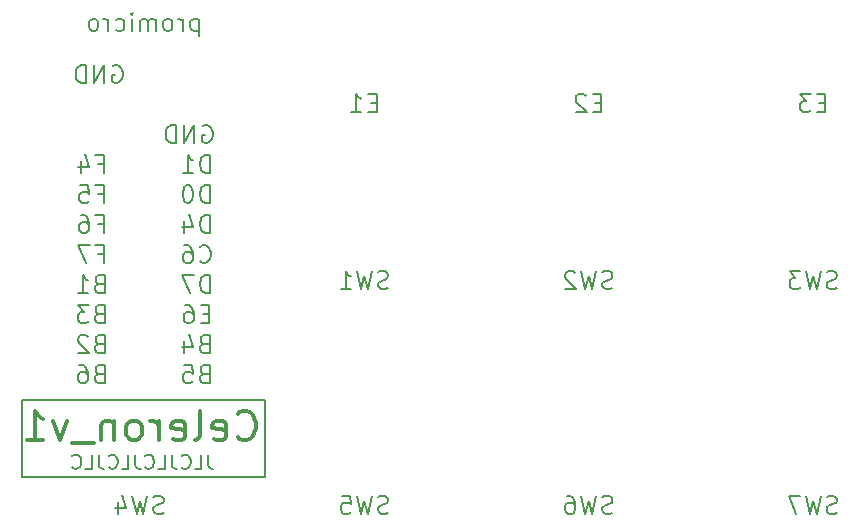
<source format=gbr>
%TF.GenerationSoftware,KiCad,Pcbnew,7.0.9*%
%TF.CreationDate,2023-11-21T21:31:42+09:00*%
%TF.ProjectId,celeron_kb_1,63656c65-726f-46e5-9f6b-625f312e6b69,rev?*%
%TF.SameCoordinates,Original*%
%TF.FileFunction,Legend,Bot*%
%TF.FilePolarity,Positive*%
%FSLAX46Y46*%
G04 Gerber Fmt 4.6, Leading zero omitted, Abs format (unit mm)*
G04 Created by KiCad (PCBNEW 7.0.9) date 2023-11-21 21:31:42*
%MOMM*%
%LPD*%
G01*
G04 APERTURE LIST*
%ADD10C,0.200000*%
%ADD11C,0.130000*%
%ADD12C,0.300000*%
%ADD13C,0.150000*%
G04 APERTURE END LIST*
D10*
X89985000Y-87050000D02*
X110605000Y-87050000D01*
X89985000Y-87050000D02*
X89985000Y-93550000D01*
X110605000Y-87050000D02*
X110605000Y-93550000D01*
X89985000Y-93550000D02*
X110605000Y-93550000D01*
X96527142Y-84847814D02*
X96312856Y-84919242D01*
X96312856Y-84919242D02*
X96241427Y-84990671D01*
X96241427Y-84990671D02*
X96169999Y-85133528D01*
X96169999Y-85133528D02*
X96169999Y-85347814D01*
X96169999Y-85347814D02*
X96241427Y-85490671D01*
X96241427Y-85490671D02*
X96312856Y-85562100D01*
X96312856Y-85562100D02*
X96455713Y-85633528D01*
X96455713Y-85633528D02*
X97027142Y-85633528D01*
X97027142Y-85633528D02*
X97027142Y-84133528D01*
X97027142Y-84133528D02*
X96527142Y-84133528D01*
X96527142Y-84133528D02*
X96384285Y-84204957D01*
X96384285Y-84204957D02*
X96312856Y-84276385D01*
X96312856Y-84276385D02*
X96241427Y-84419242D01*
X96241427Y-84419242D02*
X96241427Y-84562100D01*
X96241427Y-84562100D02*
X96312856Y-84704957D01*
X96312856Y-84704957D02*
X96384285Y-84776385D01*
X96384285Y-84776385D02*
X96527142Y-84847814D01*
X96527142Y-84847814D02*
X97027142Y-84847814D01*
X94884285Y-84133528D02*
X95169999Y-84133528D01*
X95169999Y-84133528D02*
X95312856Y-84204957D01*
X95312856Y-84204957D02*
X95384285Y-84276385D01*
X95384285Y-84276385D02*
X95527142Y-84490671D01*
X95527142Y-84490671D02*
X95598570Y-84776385D01*
X95598570Y-84776385D02*
X95598570Y-85347814D01*
X95598570Y-85347814D02*
X95527142Y-85490671D01*
X95527142Y-85490671D02*
X95455713Y-85562100D01*
X95455713Y-85562100D02*
X95312856Y-85633528D01*
X95312856Y-85633528D02*
X95027142Y-85633528D01*
X95027142Y-85633528D02*
X94884285Y-85562100D01*
X94884285Y-85562100D02*
X94812856Y-85490671D01*
X94812856Y-85490671D02*
X94741427Y-85347814D01*
X94741427Y-85347814D02*
X94741427Y-84990671D01*
X94741427Y-84990671D02*
X94812856Y-84847814D01*
X94812856Y-84847814D02*
X94884285Y-84776385D01*
X94884285Y-84776385D02*
X95027142Y-84704957D01*
X95027142Y-84704957D02*
X95312856Y-84704957D01*
X95312856Y-84704957D02*
X95455713Y-84776385D01*
X95455713Y-84776385D02*
X95527142Y-84847814D01*
X95527142Y-84847814D02*
X95598570Y-84990671D01*
D11*
X105770902Y-91696382D02*
X105770902Y-92553525D01*
X105770902Y-92553525D02*
X105828045Y-92724954D01*
X105828045Y-92724954D02*
X105942331Y-92839240D01*
X105942331Y-92839240D02*
X106113759Y-92896382D01*
X106113759Y-92896382D02*
X106228045Y-92896382D01*
X104628045Y-92896382D02*
X105199473Y-92896382D01*
X105199473Y-92896382D02*
X105199473Y-91696382D01*
X103542330Y-92782097D02*
X103599473Y-92839240D01*
X103599473Y-92839240D02*
X103770901Y-92896382D01*
X103770901Y-92896382D02*
X103885187Y-92896382D01*
X103885187Y-92896382D02*
X104056616Y-92839240D01*
X104056616Y-92839240D02*
X104170901Y-92724954D01*
X104170901Y-92724954D02*
X104228044Y-92610668D01*
X104228044Y-92610668D02*
X104285187Y-92382097D01*
X104285187Y-92382097D02*
X104285187Y-92210668D01*
X104285187Y-92210668D02*
X104228044Y-91982097D01*
X104228044Y-91982097D02*
X104170901Y-91867811D01*
X104170901Y-91867811D02*
X104056616Y-91753525D01*
X104056616Y-91753525D02*
X103885187Y-91696382D01*
X103885187Y-91696382D02*
X103770901Y-91696382D01*
X103770901Y-91696382D02*
X103599473Y-91753525D01*
X103599473Y-91753525D02*
X103542330Y-91810668D01*
X102685187Y-91696382D02*
X102685187Y-92553525D01*
X102685187Y-92553525D02*
X102742330Y-92724954D01*
X102742330Y-92724954D02*
X102856616Y-92839240D01*
X102856616Y-92839240D02*
X103028044Y-92896382D01*
X103028044Y-92896382D02*
X103142330Y-92896382D01*
X101542330Y-92896382D02*
X102113758Y-92896382D01*
X102113758Y-92896382D02*
X102113758Y-91696382D01*
X100456615Y-92782097D02*
X100513758Y-92839240D01*
X100513758Y-92839240D02*
X100685186Y-92896382D01*
X100685186Y-92896382D02*
X100799472Y-92896382D01*
X100799472Y-92896382D02*
X100970901Y-92839240D01*
X100970901Y-92839240D02*
X101085186Y-92724954D01*
X101085186Y-92724954D02*
X101142329Y-92610668D01*
X101142329Y-92610668D02*
X101199472Y-92382097D01*
X101199472Y-92382097D02*
X101199472Y-92210668D01*
X101199472Y-92210668D02*
X101142329Y-91982097D01*
X101142329Y-91982097D02*
X101085186Y-91867811D01*
X101085186Y-91867811D02*
X100970901Y-91753525D01*
X100970901Y-91753525D02*
X100799472Y-91696382D01*
X100799472Y-91696382D02*
X100685186Y-91696382D01*
X100685186Y-91696382D02*
X100513758Y-91753525D01*
X100513758Y-91753525D02*
X100456615Y-91810668D01*
X99599472Y-91696382D02*
X99599472Y-92553525D01*
X99599472Y-92553525D02*
X99656615Y-92724954D01*
X99656615Y-92724954D02*
X99770901Y-92839240D01*
X99770901Y-92839240D02*
X99942329Y-92896382D01*
X99942329Y-92896382D02*
X100056615Y-92896382D01*
X98456615Y-92896382D02*
X99028043Y-92896382D01*
X99028043Y-92896382D02*
X99028043Y-91696382D01*
X97370900Y-92782097D02*
X97428043Y-92839240D01*
X97428043Y-92839240D02*
X97599471Y-92896382D01*
X97599471Y-92896382D02*
X97713757Y-92896382D01*
X97713757Y-92896382D02*
X97885186Y-92839240D01*
X97885186Y-92839240D02*
X97999471Y-92724954D01*
X97999471Y-92724954D02*
X98056614Y-92610668D01*
X98056614Y-92610668D02*
X98113757Y-92382097D01*
X98113757Y-92382097D02*
X98113757Y-92210668D01*
X98113757Y-92210668D02*
X98056614Y-91982097D01*
X98056614Y-91982097D02*
X97999471Y-91867811D01*
X97999471Y-91867811D02*
X97885186Y-91753525D01*
X97885186Y-91753525D02*
X97713757Y-91696382D01*
X97713757Y-91696382D02*
X97599471Y-91696382D01*
X97599471Y-91696382D02*
X97428043Y-91753525D01*
X97428043Y-91753525D02*
X97370900Y-91810668D01*
X96513757Y-91696382D02*
X96513757Y-92553525D01*
X96513757Y-92553525D02*
X96570900Y-92724954D01*
X96570900Y-92724954D02*
X96685186Y-92839240D01*
X96685186Y-92839240D02*
X96856614Y-92896382D01*
X96856614Y-92896382D02*
X96970900Y-92896382D01*
X95370900Y-92896382D02*
X95942328Y-92896382D01*
X95942328Y-92896382D02*
X95942328Y-91696382D01*
X94285185Y-92782097D02*
X94342328Y-92839240D01*
X94342328Y-92839240D02*
X94513756Y-92896382D01*
X94513756Y-92896382D02*
X94628042Y-92896382D01*
X94628042Y-92896382D02*
X94799471Y-92839240D01*
X94799471Y-92839240D02*
X94913756Y-92724954D01*
X94913756Y-92724954D02*
X94970899Y-92610668D01*
X94970899Y-92610668D02*
X95028042Y-92382097D01*
X95028042Y-92382097D02*
X95028042Y-92210668D01*
X95028042Y-92210668D02*
X94970899Y-91982097D01*
X94970899Y-91982097D02*
X94913756Y-91867811D01*
X94913756Y-91867811D02*
X94799471Y-91753525D01*
X94799471Y-91753525D02*
X94628042Y-91696382D01*
X94628042Y-91696382D02*
X94513756Y-91696382D01*
X94513756Y-91696382D02*
X94342328Y-91753525D01*
X94342328Y-91753525D02*
X94285185Y-91810668D01*
D10*
X105917142Y-70393528D02*
X105917142Y-68893528D01*
X105917142Y-68893528D02*
X105559999Y-68893528D01*
X105559999Y-68893528D02*
X105345713Y-68964957D01*
X105345713Y-68964957D02*
X105202856Y-69107814D01*
X105202856Y-69107814D02*
X105131427Y-69250671D01*
X105131427Y-69250671D02*
X105059999Y-69536385D01*
X105059999Y-69536385D02*
X105059999Y-69750671D01*
X105059999Y-69750671D02*
X105131427Y-70036385D01*
X105131427Y-70036385D02*
X105202856Y-70179242D01*
X105202856Y-70179242D02*
X105345713Y-70322100D01*
X105345713Y-70322100D02*
X105559999Y-70393528D01*
X105559999Y-70393528D02*
X105917142Y-70393528D01*
X104131427Y-68893528D02*
X103988570Y-68893528D01*
X103988570Y-68893528D02*
X103845713Y-68964957D01*
X103845713Y-68964957D02*
X103774285Y-69036385D01*
X103774285Y-69036385D02*
X103702856Y-69179242D01*
X103702856Y-69179242D02*
X103631427Y-69464957D01*
X103631427Y-69464957D02*
X103631427Y-69822100D01*
X103631427Y-69822100D02*
X103702856Y-70107814D01*
X103702856Y-70107814D02*
X103774285Y-70250671D01*
X103774285Y-70250671D02*
X103845713Y-70322100D01*
X103845713Y-70322100D02*
X103988570Y-70393528D01*
X103988570Y-70393528D02*
X104131427Y-70393528D01*
X104131427Y-70393528D02*
X104274285Y-70322100D01*
X104274285Y-70322100D02*
X104345713Y-70250671D01*
X104345713Y-70250671D02*
X104417142Y-70107814D01*
X104417142Y-70107814D02*
X104488570Y-69822100D01*
X104488570Y-69822100D02*
X104488570Y-69464957D01*
X104488570Y-69464957D02*
X104417142Y-69179242D01*
X104417142Y-69179242D02*
X104345713Y-69036385D01*
X104345713Y-69036385D02*
X104274285Y-68964957D01*
X104274285Y-68964957D02*
X104131427Y-68893528D01*
X97697856Y-58804957D02*
X97840714Y-58733528D01*
X97840714Y-58733528D02*
X98054999Y-58733528D01*
X98054999Y-58733528D02*
X98269285Y-58804957D01*
X98269285Y-58804957D02*
X98412142Y-58947814D01*
X98412142Y-58947814D02*
X98483571Y-59090671D01*
X98483571Y-59090671D02*
X98554999Y-59376385D01*
X98554999Y-59376385D02*
X98554999Y-59590671D01*
X98554999Y-59590671D02*
X98483571Y-59876385D01*
X98483571Y-59876385D02*
X98412142Y-60019242D01*
X98412142Y-60019242D02*
X98269285Y-60162100D01*
X98269285Y-60162100D02*
X98054999Y-60233528D01*
X98054999Y-60233528D02*
X97912142Y-60233528D01*
X97912142Y-60233528D02*
X97697856Y-60162100D01*
X97697856Y-60162100D02*
X97626428Y-60090671D01*
X97626428Y-60090671D02*
X97626428Y-59590671D01*
X97626428Y-59590671D02*
X97912142Y-59590671D01*
X96983571Y-60233528D02*
X96983571Y-58733528D01*
X96983571Y-58733528D02*
X96126428Y-60233528D01*
X96126428Y-60233528D02*
X96126428Y-58733528D01*
X95412142Y-60233528D02*
X95412142Y-58733528D01*
X95412142Y-58733528D02*
X95054999Y-58733528D01*
X95054999Y-58733528D02*
X94840713Y-58804957D01*
X94840713Y-58804957D02*
X94697856Y-58947814D01*
X94697856Y-58947814D02*
X94626427Y-59090671D01*
X94626427Y-59090671D02*
X94554999Y-59376385D01*
X94554999Y-59376385D02*
X94554999Y-59590671D01*
X94554999Y-59590671D02*
X94626427Y-59876385D01*
X94626427Y-59876385D02*
X94697856Y-60019242D01*
X94697856Y-60019242D02*
X94840713Y-60162100D01*
X94840713Y-60162100D02*
X95054999Y-60233528D01*
X95054999Y-60233528D02*
X95412142Y-60233528D01*
X105917142Y-78013528D02*
X105917142Y-76513528D01*
X105917142Y-76513528D02*
X105559999Y-76513528D01*
X105559999Y-76513528D02*
X105345713Y-76584957D01*
X105345713Y-76584957D02*
X105202856Y-76727814D01*
X105202856Y-76727814D02*
X105131427Y-76870671D01*
X105131427Y-76870671D02*
X105059999Y-77156385D01*
X105059999Y-77156385D02*
X105059999Y-77370671D01*
X105059999Y-77370671D02*
X105131427Y-77656385D01*
X105131427Y-77656385D02*
X105202856Y-77799242D01*
X105202856Y-77799242D02*
X105345713Y-77942100D01*
X105345713Y-77942100D02*
X105559999Y-78013528D01*
X105559999Y-78013528D02*
X105917142Y-78013528D01*
X104559999Y-76513528D02*
X103559999Y-76513528D01*
X103559999Y-76513528D02*
X104202856Y-78013528D01*
X96419999Y-69607814D02*
X96919999Y-69607814D01*
X96919999Y-70393528D02*
X96919999Y-68893528D01*
X96919999Y-68893528D02*
X96205713Y-68893528D01*
X94919999Y-68893528D02*
X95634285Y-68893528D01*
X95634285Y-68893528D02*
X95705713Y-69607814D01*
X95705713Y-69607814D02*
X95634285Y-69536385D01*
X95634285Y-69536385D02*
X95491428Y-69464957D01*
X95491428Y-69464957D02*
X95134285Y-69464957D01*
X95134285Y-69464957D02*
X94991428Y-69536385D01*
X94991428Y-69536385D02*
X94919999Y-69607814D01*
X94919999Y-69607814D02*
X94848570Y-69750671D01*
X94848570Y-69750671D02*
X94848570Y-70107814D01*
X94848570Y-70107814D02*
X94919999Y-70250671D01*
X94919999Y-70250671D02*
X94991428Y-70322100D01*
X94991428Y-70322100D02*
X95134285Y-70393528D01*
X95134285Y-70393528D02*
X95491428Y-70393528D01*
X95491428Y-70393528D02*
X95634285Y-70322100D01*
X95634285Y-70322100D02*
X95705713Y-70250671D01*
X105917142Y-72933528D02*
X105917142Y-71433528D01*
X105917142Y-71433528D02*
X105559999Y-71433528D01*
X105559999Y-71433528D02*
X105345713Y-71504957D01*
X105345713Y-71504957D02*
X105202856Y-71647814D01*
X105202856Y-71647814D02*
X105131427Y-71790671D01*
X105131427Y-71790671D02*
X105059999Y-72076385D01*
X105059999Y-72076385D02*
X105059999Y-72290671D01*
X105059999Y-72290671D02*
X105131427Y-72576385D01*
X105131427Y-72576385D02*
X105202856Y-72719242D01*
X105202856Y-72719242D02*
X105345713Y-72862100D01*
X105345713Y-72862100D02*
X105559999Y-72933528D01*
X105559999Y-72933528D02*
X105917142Y-72933528D01*
X103774285Y-71933528D02*
X103774285Y-72933528D01*
X104131427Y-71362100D02*
X104488570Y-72433528D01*
X104488570Y-72433528D02*
X103559999Y-72433528D01*
X96527142Y-79767814D02*
X96312856Y-79839242D01*
X96312856Y-79839242D02*
X96241427Y-79910671D01*
X96241427Y-79910671D02*
X96169999Y-80053528D01*
X96169999Y-80053528D02*
X96169999Y-80267814D01*
X96169999Y-80267814D02*
X96241427Y-80410671D01*
X96241427Y-80410671D02*
X96312856Y-80482100D01*
X96312856Y-80482100D02*
X96455713Y-80553528D01*
X96455713Y-80553528D02*
X97027142Y-80553528D01*
X97027142Y-80553528D02*
X97027142Y-79053528D01*
X97027142Y-79053528D02*
X96527142Y-79053528D01*
X96527142Y-79053528D02*
X96384285Y-79124957D01*
X96384285Y-79124957D02*
X96312856Y-79196385D01*
X96312856Y-79196385D02*
X96241427Y-79339242D01*
X96241427Y-79339242D02*
X96241427Y-79482100D01*
X96241427Y-79482100D02*
X96312856Y-79624957D01*
X96312856Y-79624957D02*
X96384285Y-79696385D01*
X96384285Y-79696385D02*
X96527142Y-79767814D01*
X96527142Y-79767814D02*
X97027142Y-79767814D01*
X95669999Y-79053528D02*
X94741427Y-79053528D01*
X94741427Y-79053528D02*
X95241427Y-79624957D01*
X95241427Y-79624957D02*
X95027142Y-79624957D01*
X95027142Y-79624957D02*
X94884285Y-79696385D01*
X94884285Y-79696385D02*
X94812856Y-79767814D01*
X94812856Y-79767814D02*
X94741427Y-79910671D01*
X94741427Y-79910671D02*
X94741427Y-80267814D01*
X94741427Y-80267814D02*
X94812856Y-80410671D01*
X94812856Y-80410671D02*
X94884285Y-80482100D01*
X94884285Y-80482100D02*
X95027142Y-80553528D01*
X95027142Y-80553528D02*
X95455713Y-80553528D01*
X95455713Y-80553528D02*
X95598570Y-80482100D01*
X95598570Y-80482100D02*
X95669999Y-80410671D01*
X96527142Y-82307814D02*
X96312856Y-82379242D01*
X96312856Y-82379242D02*
X96241427Y-82450671D01*
X96241427Y-82450671D02*
X96169999Y-82593528D01*
X96169999Y-82593528D02*
X96169999Y-82807814D01*
X96169999Y-82807814D02*
X96241427Y-82950671D01*
X96241427Y-82950671D02*
X96312856Y-83022100D01*
X96312856Y-83022100D02*
X96455713Y-83093528D01*
X96455713Y-83093528D02*
X97027142Y-83093528D01*
X97027142Y-83093528D02*
X97027142Y-81593528D01*
X97027142Y-81593528D02*
X96527142Y-81593528D01*
X96527142Y-81593528D02*
X96384285Y-81664957D01*
X96384285Y-81664957D02*
X96312856Y-81736385D01*
X96312856Y-81736385D02*
X96241427Y-81879242D01*
X96241427Y-81879242D02*
X96241427Y-82022100D01*
X96241427Y-82022100D02*
X96312856Y-82164957D01*
X96312856Y-82164957D02*
X96384285Y-82236385D01*
X96384285Y-82236385D02*
X96527142Y-82307814D01*
X96527142Y-82307814D02*
X97027142Y-82307814D01*
X95598570Y-81736385D02*
X95527142Y-81664957D01*
X95527142Y-81664957D02*
X95384285Y-81593528D01*
X95384285Y-81593528D02*
X95027142Y-81593528D01*
X95027142Y-81593528D02*
X94884285Y-81664957D01*
X94884285Y-81664957D02*
X94812856Y-81736385D01*
X94812856Y-81736385D02*
X94741427Y-81879242D01*
X94741427Y-81879242D02*
X94741427Y-82022100D01*
X94741427Y-82022100D02*
X94812856Y-82236385D01*
X94812856Y-82236385D02*
X95669999Y-83093528D01*
X95669999Y-83093528D02*
X94741427Y-83093528D01*
X105059999Y-75330671D02*
X105131427Y-75402100D01*
X105131427Y-75402100D02*
X105345713Y-75473528D01*
X105345713Y-75473528D02*
X105488570Y-75473528D01*
X105488570Y-75473528D02*
X105702856Y-75402100D01*
X105702856Y-75402100D02*
X105845713Y-75259242D01*
X105845713Y-75259242D02*
X105917142Y-75116385D01*
X105917142Y-75116385D02*
X105988570Y-74830671D01*
X105988570Y-74830671D02*
X105988570Y-74616385D01*
X105988570Y-74616385D02*
X105917142Y-74330671D01*
X105917142Y-74330671D02*
X105845713Y-74187814D01*
X105845713Y-74187814D02*
X105702856Y-74044957D01*
X105702856Y-74044957D02*
X105488570Y-73973528D01*
X105488570Y-73973528D02*
X105345713Y-73973528D01*
X105345713Y-73973528D02*
X105131427Y-74044957D01*
X105131427Y-74044957D02*
X105059999Y-74116385D01*
X103774285Y-73973528D02*
X104059999Y-73973528D01*
X104059999Y-73973528D02*
X104202856Y-74044957D01*
X104202856Y-74044957D02*
X104274285Y-74116385D01*
X104274285Y-74116385D02*
X104417142Y-74330671D01*
X104417142Y-74330671D02*
X104488570Y-74616385D01*
X104488570Y-74616385D02*
X104488570Y-75187814D01*
X104488570Y-75187814D02*
X104417142Y-75330671D01*
X104417142Y-75330671D02*
X104345713Y-75402100D01*
X104345713Y-75402100D02*
X104202856Y-75473528D01*
X104202856Y-75473528D02*
X103917142Y-75473528D01*
X103917142Y-75473528D02*
X103774285Y-75402100D01*
X103774285Y-75402100D02*
X103702856Y-75330671D01*
X103702856Y-75330671D02*
X103631427Y-75187814D01*
X103631427Y-75187814D02*
X103631427Y-74830671D01*
X103631427Y-74830671D02*
X103702856Y-74687814D01*
X103702856Y-74687814D02*
X103774285Y-74616385D01*
X103774285Y-74616385D02*
X103917142Y-74544957D01*
X103917142Y-74544957D02*
X104202856Y-74544957D01*
X104202856Y-74544957D02*
X104345713Y-74616385D01*
X104345713Y-74616385D02*
X104417142Y-74687814D01*
X104417142Y-74687814D02*
X104488570Y-74830671D01*
X96419999Y-67067814D02*
X96919999Y-67067814D01*
X96919999Y-67853528D02*
X96919999Y-66353528D01*
X96919999Y-66353528D02*
X96205713Y-66353528D01*
X94991428Y-66853528D02*
X94991428Y-67853528D01*
X95348570Y-66282100D02*
X95705713Y-67353528D01*
X95705713Y-67353528D02*
X94777142Y-67353528D01*
X96419999Y-72147814D02*
X96919999Y-72147814D01*
X96919999Y-72933528D02*
X96919999Y-71433528D01*
X96919999Y-71433528D02*
X96205713Y-71433528D01*
X94991428Y-71433528D02*
X95277142Y-71433528D01*
X95277142Y-71433528D02*
X95419999Y-71504957D01*
X95419999Y-71504957D02*
X95491428Y-71576385D01*
X95491428Y-71576385D02*
X95634285Y-71790671D01*
X95634285Y-71790671D02*
X95705713Y-72076385D01*
X95705713Y-72076385D02*
X95705713Y-72647814D01*
X95705713Y-72647814D02*
X95634285Y-72790671D01*
X95634285Y-72790671D02*
X95562856Y-72862100D01*
X95562856Y-72862100D02*
X95419999Y-72933528D01*
X95419999Y-72933528D02*
X95134285Y-72933528D01*
X95134285Y-72933528D02*
X94991428Y-72862100D01*
X94991428Y-72862100D02*
X94919999Y-72790671D01*
X94919999Y-72790671D02*
X94848570Y-72647814D01*
X94848570Y-72647814D02*
X94848570Y-72290671D01*
X94848570Y-72290671D02*
X94919999Y-72147814D01*
X94919999Y-72147814D02*
X94991428Y-72076385D01*
X94991428Y-72076385D02*
X95134285Y-72004957D01*
X95134285Y-72004957D02*
X95419999Y-72004957D01*
X95419999Y-72004957D02*
X95562856Y-72076385D01*
X95562856Y-72076385D02*
X95634285Y-72147814D01*
X95634285Y-72147814D02*
X95705713Y-72290671D01*
X105417142Y-84847814D02*
X105202856Y-84919242D01*
X105202856Y-84919242D02*
X105131427Y-84990671D01*
X105131427Y-84990671D02*
X105059999Y-85133528D01*
X105059999Y-85133528D02*
X105059999Y-85347814D01*
X105059999Y-85347814D02*
X105131427Y-85490671D01*
X105131427Y-85490671D02*
X105202856Y-85562100D01*
X105202856Y-85562100D02*
X105345713Y-85633528D01*
X105345713Y-85633528D02*
X105917142Y-85633528D01*
X105917142Y-85633528D02*
X105917142Y-84133528D01*
X105917142Y-84133528D02*
X105417142Y-84133528D01*
X105417142Y-84133528D02*
X105274285Y-84204957D01*
X105274285Y-84204957D02*
X105202856Y-84276385D01*
X105202856Y-84276385D02*
X105131427Y-84419242D01*
X105131427Y-84419242D02*
X105131427Y-84562100D01*
X105131427Y-84562100D02*
X105202856Y-84704957D01*
X105202856Y-84704957D02*
X105274285Y-84776385D01*
X105274285Y-84776385D02*
X105417142Y-84847814D01*
X105417142Y-84847814D02*
X105917142Y-84847814D01*
X103702856Y-84133528D02*
X104417142Y-84133528D01*
X104417142Y-84133528D02*
X104488570Y-84847814D01*
X104488570Y-84847814D02*
X104417142Y-84776385D01*
X104417142Y-84776385D02*
X104274285Y-84704957D01*
X104274285Y-84704957D02*
X103917142Y-84704957D01*
X103917142Y-84704957D02*
X103774285Y-84776385D01*
X103774285Y-84776385D02*
X103702856Y-84847814D01*
X103702856Y-84847814D02*
X103631427Y-84990671D01*
X103631427Y-84990671D02*
X103631427Y-85347814D01*
X103631427Y-85347814D02*
X103702856Y-85490671D01*
X103702856Y-85490671D02*
X103774285Y-85562100D01*
X103774285Y-85562100D02*
X103917142Y-85633528D01*
X103917142Y-85633528D02*
X104274285Y-85633528D01*
X104274285Y-85633528D02*
X104417142Y-85562100D01*
X104417142Y-85562100D02*
X104488570Y-85490671D01*
X105845714Y-79767814D02*
X105345714Y-79767814D01*
X105131428Y-80553528D02*
X105845714Y-80553528D01*
X105845714Y-80553528D02*
X105845714Y-79053528D01*
X105845714Y-79053528D02*
X105131428Y-79053528D01*
X103845714Y-79053528D02*
X104131428Y-79053528D01*
X104131428Y-79053528D02*
X104274285Y-79124957D01*
X104274285Y-79124957D02*
X104345714Y-79196385D01*
X104345714Y-79196385D02*
X104488571Y-79410671D01*
X104488571Y-79410671D02*
X104559999Y-79696385D01*
X104559999Y-79696385D02*
X104559999Y-80267814D01*
X104559999Y-80267814D02*
X104488571Y-80410671D01*
X104488571Y-80410671D02*
X104417142Y-80482100D01*
X104417142Y-80482100D02*
X104274285Y-80553528D01*
X104274285Y-80553528D02*
X103988571Y-80553528D01*
X103988571Y-80553528D02*
X103845714Y-80482100D01*
X103845714Y-80482100D02*
X103774285Y-80410671D01*
X103774285Y-80410671D02*
X103702856Y-80267814D01*
X103702856Y-80267814D02*
X103702856Y-79910671D01*
X103702856Y-79910671D02*
X103774285Y-79767814D01*
X103774285Y-79767814D02*
X103845714Y-79696385D01*
X103845714Y-79696385D02*
X103988571Y-79624957D01*
X103988571Y-79624957D02*
X104274285Y-79624957D01*
X104274285Y-79624957D02*
X104417142Y-79696385D01*
X104417142Y-79696385D02*
X104488571Y-79767814D01*
X104488571Y-79767814D02*
X104559999Y-79910671D01*
X96527142Y-77227814D02*
X96312856Y-77299242D01*
X96312856Y-77299242D02*
X96241427Y-77370671D01*
X96241427Y-77370671D02*
X96169999Y-77513528D01*
X96169999Y-77513528D02*
X96169999Y-77727814D01*
X96169999Y-77727814D02*
X96241427Y-77870671D01*
X96241427Y-77870671D02*
X96312856Y-77942100D01*
X96312856Y-77942100D02*
X96455713Y-78013528D01*
X96455713Y-78013528D02*
X97027142Y-78013528D01*
X97027142Y-78013528D02*
X97027142Y-76513528D01*
X97027142Y-76513528D02*
X96527142Y-76513528D01*
X96527142Y-76513528D02*
X96384285Y-76584957D01*
X96384285Y-76584957D02*
X96312856Y-76656385D01*
X96312856Y-76656385D02*
X96241427Y-76799242D01*
X96241427Y-76799242D02*
X96241427Y-76942100D01*
X96241427Y-76942100D02*
X96312856Y-77084957D01*
X96312856Y-77084957D02*
X96384285Y-77156385D01*
X96384285Y-77156385D02*
X96527142Y-77227814D01*
X96527142Y-77227814D02*
X97027142Y-77227814D01*
X94741427Y-78013528D02*
X95598570Y-78013528D01*
X95169999Y-78013528D02*
X95169999Y-76513528D01*
X95169999Y-76513528D02*
X95312856Y-76727814D01*
X95312856Y-76727814D02*
X95455713Y-76870671D01*
X95455713Y-76870671D02*
X95598570Y-76942100D01*
X105417142Y-82307814D02*
X105202856Y-82379242D01*
X105202856Y-82379242D02*
X105131427Y-82450671D01*
X105131427Y-82450671D02*
X105059999Y-82593528D01*
X105059999Y-82593528D02*
X105059999Y-82807814D01*
X105059999Y-82807814D02*
X105131427Y-82950671D01*
X105131427Y-82950671D02*
X105202856Y-83022100D01*
X105202856Y-83022100D02*
X105345713Y-83093528D01*
X105345713Y-83093528D02*
X105917142Y-83093528D01*
X105917142Y-83093528D02*
X105917142Y-81593528D01*
X105917142Y-81593528D02*
X105417142Y-81593528D01*
X105417142Y-81593528D02*
X105274285Y-81664957D01*
X105274285Y-81664957D02*
X105202856Y-81736385D01*
X105202856Y-81736385D02*
X105131427Y-81879242D01*
X105131427Y-81879242D02*
X105131427Y-82022100D01*
X105131427Y-82022100D02*
X105202856Y-82164957D01*
X105202856Y-82164957D02*
X105274285Y-82236385D01*
X105274285Y-82236385D02*
X105417142Y-82307814D01*
X105417142Y-82307814D02*
X105917142Y-82307814D01*
X103774285Y-82093528D02*
X103774285Y-83093528D01*
X104131427Y-81522100D02*
X104488570Y-82593528D01*
X104488570Y-82593528D02*
X103559999Y-82593528D01*
X105917142Y-67853528D02*
X105917142Y-66353528D01*
X105917142Y-66353528D02*
X105559999Y-66353528D01*
X105559999Y-66353528D02*
X105345713Y-66424957D01*
X105345713Y-66424957D02*
X105202856Y-66567814D01*
X105202856Y-66567814D02*
X105131427Y-66710671D01*
X105131427Y-66710671D02*
X105059999Y-66996385D01*
X105059999Y-66996385D02*
X105059999Y-67210671D01*
X105059999Y-67210671D02*
X105131427Y-67496385D01*
X105131427Y-67496385D02*
X105202856Y-67639242D01*
X105202856Y-67639242D02*
X105345713Y-67782100D01*
X105345713Y-67782100D02*
X105559999Y-67853528D01*
X105559999Y-67853528D02*
X105917142Y-67853528D01*
X103631427Y-67853528D02*
X104488570Y-67853528D01*
X104059999Y-67853528D02*
X104059999Y-66353528D01*
X104059999Y-66353528D02*
X104202856Y-66567814D01*
X104202856Y-66567814D02*
X104345713Y-66710671D01*
X104345713Y-66710671D02*
X104488570Y-66782100D01*
D12*
X108263822Y-90240352D02*
X108382870Y-90359400D01*
X108382870Y-90359400D02*
X108740012Y-90478447D01*
X108740012Y-90478447D02*
X108978108Y-90478447D01*
X108978108Y-90478447D02*
X109335251Y-90359400D01*
X109335251Y-90359400D02*
X109573346Y-90121304D01*
X109573346Y-90121304D02*
X109692393Y-89883209D01*
X109692393Y-89883209D02*
X109811441Y-89407019D01*
X109811441Y-89407019D02*
X109811441Y-89049876D01*
X109811441Y-89049876D02*
X109692393Y-88573685D01*
X109692393Y-88573685D02*
X109573346Y-88335590D01*
X109573346Y-88335590D02*
X109335251Y-88097495D01*
X109335251Y-88097495D02*
X108978108Y-87978447D01*
X108978108Y-87978447D02*
X108740012Y-87978447D01*
X108740012Y-87978447D02*
X108382870Y-88097495D01*
X108382870Y-88097495D02*
X108263822Y-88216542D01*
X106240012Y-90359400D02*
X106478108Y-90478447D01*
X106478108Y-90478447D02*
X106954298Y-90478447D01*
X106954298Y-90478447D02*
X107192393Y-90359400D01*
X107192393Y-90359400D02*
X107311441Y-90121304D01*
X107311441Y-90121304D02*
X107311441Y-89168923D01*
X107311441Y-89168923D02*
X107192393Y-88930828D01*
X107192393Y-88930828D02*
X106954298Y-88811780D01*
X106954298Y-88811780D02*
X106478108Y-88811780D01*
X106478108Y-88811780D02*
X106240012Y-88930828D01*
X106240012Y-88930828D02*
X106120965Y-89168923D01*
X106120965Y-89168923D02*
X106120965Y-89407019D01*
X106120965Y-89407019D02*
X107311441Y-89645114D01*
X104692394Y-90478447D02*
X104930489Y-90359400D01*
X104930489Y-90359400D02*
X105049536Y-90121304D01*
X105049536Y-90121304D02*
X105049536Y-87978447D01*
X102787631Y-90359400D02*
X103025727Y-90478447D01*
X103025727Y-90478447D02*
X103501917Y-90478447D01*
X103501917Y-90478447D02*
X103740012Y-90359400D01*
X103740012Y-90359400D02*
X103859060Y-90121304D01*
X103859060Y-90121304D02*
X103859060Y-89168923D01*
X103859060Y-89168923D02*
X103740012Y-88930828D01*
X103740012Y-88930828D02*
X103501917Y-88811780D01*
X103501917Y-88811780D02*
X103025727Y-88811780D01*
X103025727Y-88811780D02*
X102787631Y-88930828D01*
X102787631Y-88930828D02*
X102668584Y-89168923D01*
X102668584Y-89168923D02*
X102668584Y-89407019D01*
X102668584Y-89407019D02*
X103859060Y-89645114D01*
X101597155Y-90478447D02*
X101597155Y-88811780D01*
X101597155Y-89287971D02*
X101478108Y-89049876D01*
X101478108Y-89049876D02*
X101359060Y-88930828D01*
X101359060Y-88930828D02*
X101120965Y-88811780D01*
X101120965Y-88811780D02*
X100882870Y-88811780D01*
X99692394Y-90478447D02*
X99930489Y-90359400D01*
X99930489Y-90359400D02*
X100049536Y-90240352D01*
X100049536Y-90240352D02*
X100168584Y-90002257D01*
X100168584Y-90002257D02*
X100168584Y-89287971D01*
X100168584Y-89287971D02*
X100049536Y-89049876D01*
X100049536Y-89049876D02*
X99930489Y-88930828D01*
X99930489Y-88930828D02*
X99692394Y-88811780D01*
X99692394Y-88811780D02*
X99335251Y-88811780D01*
X99335251Y-88811780D02*
X99097155Y-88930828D01*
X99097155Y-88930828D02*
X98978108Y-89049876D01*
X98978108Y-89049876D02*
X98859060Y-89287971D01*
X98859060Y-89287971D02*
X98859060Y-90002257D01*
X98859060Y-90002257D02*
X98978108Y-90240352D01*
X98978108Y-90240352D02*
X99097155Y-90359400D01*
X99097155Y-90359400D02*
X99335251Y-90478447D01*
X99335251Y-90478447D02*
X99692394Y-90478447D01*
X97787631Y-88811780D02*
X97787631Y-90478447D01*
X97787631Y-89049876D02*
X97668584Y-88930828D01*
X97668584Y-88930828D02*
X97430489Y-88811780D01*
X97430489Y-88811780D02*
X97073346Y-88811780D01*
X97073346Y-88811780D02*
X96835250Y-88930828D01*
X96835250Y-88930828D02*
X96716203Y-89168923D01*
X96716203Y-89168923D02*
X96716203Y-90478447D01*
X96120965Y-90716542D02*
X94216203Y-90716542D01*
X93859060Y-88811780D02*
X93263822Y-90478447D01*
X93263822Y-90478447D02*
X92668583Y-88811780D01*
X90406679Y-90478447D02*
X91835250Y-90478447D01*
X91120964Y-90478447D02*
X91120964Y-87978447D01*
X91120964Y-87978447D02*
X91359060Y-88335590D01*
X91359060Y-88335590D02*
X91597155Y-88573685D01*
X91597155Y-88573685D02*
X91835250Y-88692733D01*
D10*
X105317856Y-63884957D02*
X105460714Y-63813528D01*
X105460714Y-63813528D02*
X105674999Y-63813528D01*
X105674999Y-63813528D02*
X105889285Y-63884957D01*
X105889285Y-63884957D02*
X106032142Y-64027814D01*
X106032142Y-64027814D02*
X106103571Y-64170671D01*
X106103571Y-64170671D02*
X106174999Y-64456385D01*
X106174999Y-64456385D02*
X106174999Y-64670671D01*
X106174999Y-64670671D02*
X106103571Y-64956385D01*
X106103571Y-64956385D02*
X106032142Y-65099242D01*
X106032142Y-65099242D02*
X105889285Y-65242100D01*
X105889285Y-65242100D02*
X105674999Y-65313528D01*
X105674999Y-65313528D02*
X105532142Y-65313528D01*
X105532142Y-65313528D02*
X105317856Y-65242100D01*
X105317856Y-65242100D02*
X105246428Y-65170671D01*
X105246428Y-65170671D02*
X105246428Y-64670671D01*
X105246428Y-64670671D02*
X105532142Y-64670671D01*
X104603571Y-65313528D02*
X104603571Y-63813528D01*
X104603571Y-63813528D02*
X103746428Y-65313528D01*
X103746428Y-65313528D02*
X103746428Y-63813528D01*
X103032142Y-65313528D02*
X103032142Y-63813528D01*
X103032142Y-63813528D02*
X102674999Y-63813528D01*
X102674999Y-63813528D02*
X102460713Y-63884957D01*
X102460713Y-63884957D02*
X102317856Y-64027814D01*
X102317856Y-64027814D02*
X102246427Y-64170671D01*
X102246427Y-64170671D02*
X102174999Y-64456385D01*
X102174999Y-64456385D02*
X102174999Y-64670671D01*
X102174999Y-64670671D02*
X102246427Y-64956385D01*
X102246427Y-64956385D02*
X102317856Y-65099242D01*
X102317856Y-65099242D02*
X102460713Y-65242100D01*
X102460713Y-65242100D02*
X102674999Y-65313528D01*
X102674999Y-65313528D02*
X103032142Y-65313528D01*
X96419999Y-74687814D02*
X96919999Y-74687814D01*
X96919999Y-75473528D02*
X96919999Y-73973528D01*
X96919999Y-73973528D02*
X96205713Y-73973528D01*
X95777142Y-73973528D02*
X94777142Y-73973528D01*
X94777142Y-73973528D02*
X95419999Y-75473528D01*
D13*
X139035714Y-61900414D02*
X138535714Y-61900414D01*
X138321428Y-62686128D02*
X139035714Y-62686128D01*
X139035714Y-62686128D02*
X139035714Y-61186128D01*
X139035714Y-61186128D02*
X138321428Y-61186128D01*
X137749999Y-61328985D02*
X137678571Y-61257557D01*
X137678571Y-61257557D02*
X137535714Y-61186128D01*
X137535714Y-61186128D02*
X137178571Y-61186128D01*
X137178571Y-61186128D02*
X137035714Y-61257557D01*
X137035714Y-61257557D02*
X136964285Y-61328985D01*
X136964285Y-61328985D02*
X136892856Y-61471842D01*
X136892856Y-61471842D02*
X136892856Y-61614700D01*
X136892856Y-61614700D02*
X136964285Y-61828985D01*
X136964285Y-61828985D02*
X137821428Y-62686128D01*
X137821428Y-62686128D02*
X136892856Y-62686128D01*
X120999999Y-77614700D02*
X120785714Y-77686128D01*
X120785714Y-77686128D02*
X120428571Y-77686128D01*
X120428571Y-77686128D02*
X120285714Y-77614700D01*
X120285714Y-77614700D02*
X120214285Y-77543271D01*
X120214285Y-77543271D02*
X120142856Y-77400414D01*
X120142856Y-77400414D02*
X120142856Y-77257557D01*
X120142856Y-77257557D02*
X120214285Y-77114700D01*
X120214285Y-77114700D02*
X120285714Y-77043271D01*
X120285714Y-77043271D02*
X120428571Y-76971842D01*
X120428571Y-76971842D02*
X120714285Y-76900414D01*
X120714285Y-76900414D02*
X120857142Y-76828985D01*
X120857142Y-76828985D02*
X120928571Y-76757557D01*
X120928571Y-76757557D02*
X120999999Y-76614700D01*
X120999999Y-76614700D02*
X120999999Y-76471842D01*
X120999999Y-76471842D02*
X120928571Y-76328985D01*
X120928571Y-76328985D02*
X120857142Y-76257557D01*
X120857142Y-76257557D02*
X120714285Y-76186128D01*
X120714285Y-76186128D02*
X120357142Y-76186128D01*
X120357142Y-76186128D02*
X120142856Y-76257557D01*
X119642857Y-76186128D02*
X119285714Y-77686128D01*
X119285714Y-77686128D02*
X119000000Y-76614700D01*
X119000000Y-76614700D02*
X118714285Y-77686128D01*
X118714285Y-77686128D02*
X118357143Y-76186128D01*
X116999999Y-77686128D02*
X117857142Y-77686128D01*
X117428571Y-77686128D02*
X117428571Y-76186128D01*
X117428571Y-76186128D02*
X117571428Y-76400414D01*
X117571428Y-76400414D02*
X117714285Y-76543271D01*
X117714285Y-76543271D02*
X117857142Y-76614700D01*
X104972142Y-54791128D02*
X104972142Y-56291128D01*
X104972142Y-54862557D02*
X104829285Y-54791128D01*
X104829285Y-54791128D02*
X104543570Y-54791128D01*
X104543570Y-54791128D02*
X104400713Y-54862557D01*
X104400713Y-54862557D02*
X104329285Y-54933985D01*
X104329285Y-54933985D02*
X104257856Y-55076842D01*
X104257856Y-55076842D02*
X104257856Y-55505414D01*
X104257856Y-55505414D02*
X104329285Y-55648271D01*
X104329285Y-55648271D02*
X104400713Y-55719700D01*
X104400713Y-55719700D02*
X104543570Y-55791128D01*
X104543570Y-55791128D02*
X104829285Y-55791128D01*
X104829285Y-55791128D02*
X104972142Y-55719700D01*
X103614999Y-55791128D02*
X103614999Y-54791128D01*
X103614999Y-55076842D02*
X103543570Y-54933985D01*
X103543570Y-54933985D02*
X103472142Y-54862557D01*
X103472142Y-54862557D02*
X103329284Y-54791128D01*
X103329284Y-54791128D02*
X103186427Y-54791128D01*
X102472142Y-55791128D02*
X102614999Y-55719700D01*
X102614999Y-55719700D02*
X102686428Y-55648271D01*
X102686428Y-55648271D02*
X102757856Y-55505414D01*
X102757856Y-55505414D02*
X102757856Y-55076842D01*
X102757856Y-55076842D02*
X102686428Y-54933985D01*
X102686428Y-54933985D02*
X102614999Y-54862557D01*
X102614999Y-54862557D02*
X102472142Y-54791128D01*
X102472142Y-54791128D02*
X102257856Y-54791128D01*
X102257856Y-54791128D02*
X102114999Y-54862557D01*
X102114999Y-54862557D02*
X102043571Y-54933985D01*
X102043571Y-54933985D02*
X101972142Y-55076842D01*
X101972142Y-55076842D02*
X101972142Y-55505414D01*
X101972142Y-55505414D02*
X102043571Y-55648271D01*
X102043571Y-55648271D02*
X102114999Y-55719700D01*
X102114999Y-55719700D02*
X102257856Y-55791128D01*
X102257856Y-55791128D02*
X102472142Y-55791128D01*
X101329285Y-55791128D02*
X101329285Y-54791128D01*
X101329285Y-54933985D02*
X101257856Y-54862557D01*
X101257856Y-54862557D02*
X101114999Y-54791128D01*
X101114999Y-54791128D02*
X100900713Y-54791128D01*
X100900713Y-54791128D02*
X100757856Y-54862557D01*
X100757856Y-54862557D02*
X100686428Y-55005414D01*
X100686428Y-55005414D02*
X100686428Y-55791128D01*
X100686428Y-55005414D02*
X100614999Y-54862557D01*
X100614999Y-54862557D02*
X100472142Y-54791128D01*
X100472142Y-54791128D02*
X100257856Y-54791128D01*
X100257856Y-54791128D02*
X100114999Y-54862557D01*
X100114999Y-54862557D02*
X100043570Y-55005414D01*
X100043570Y-55005414D02*
X100043570Y-55791128D01*
X99329285Y-55791128D02*
X99329285Y-54791128D01*
X99329285Y-54291128D02*
X99400713Y-54362557D01*
X99400713Y-54362557D02*
X99329285Y-54433985D01*
X99329285Y-54433985D02*
X99257856Y-54362557D01*
X99257856Y-54362557D02*
X99329285Y-54291128D01*
X99329285Y-54291128D02*
X99329285Y-54433985D01*
X97972142Y-55719700D02*
X98114999Y-55791128D01*
X98114999Y-55791128D02*
X98400713Y-55791128D01*
X98400713Y-55791128D02*
X98543570Y-55719700D01*
X98543570Y-55719700D02*
X98614999Y-55648271D01*
X98614999Y-55648271D02*
X98686427Y-55505414D01*
X98686427Y-55505414D02*
X98686427Y-55076842D01*
X98686427Y-55076842D02*
X98614999Y-54933985D01*
X98614999Y-54933985D02*
X98543570Y-54862557D01*
X98543570Y-54862557D02*
X98400713Y-54791128D01*
X98400713Y-54791128D02*
X98114999Y-54791128D01*
X98114999Y-54791128D02*
X97972142Y-54862557D01*
X97329285Y-55791128D02*
X97329285Y-54791128D01*
X97329285Y-55076842D02*
X97257856Y-54933985D01*
X97257856Y-54933985D02*
X97186428Y-54862557D01*
X97186428Y-54862557D02*
X97043570Y-54791128D01*
X97043570Y-54791128D02*
X96900713Y-54791128D01*
X96186428Y-55791128D02*
X96329285Y-55719700D01*
X96329285Y-55719700D02*
X96400714Y-55648271D01*
X96400714Y-55648271D02*
X96472142Y-55505414D01*
X96472142Y-55505414D02*
X96472142Y-55076842D01*
X96472142Y-55076842D02*
X96400714Y-54933985D01*
X96400714Y-54933985D02*
X96329285Y-54862557D01*
X96329285Y-54862557D02*
X96186428Y-54791128D01*
X96186428Y-54791128D02*
X95972142Y-54791128D01*
X95972142Y-54791128D02*
X95829285Y-54862557D01*
X95829285Y-54862557D02*
X95757857Y-54933985D01*
X95757857Y-54933985D02*
X95686428Y-55076842D01*
X95686428Y-55076842D02*
X95686428Y-55505414D01*
X95686428Y-55505414D02*
X95757857Y-55648271D01*
X95757857Y-55648271D02*
X95829285Y-55719700D01*
X95829285Y-55719700D02*
X95972142Y-55791128D01*
X95972142Y-55791128D02*
X96186428Y-55791128D01*
X158999999Y-96614700D02*
X158785714Y-96686128D01*
X158785714Y-96686128D02*
X158428571Y-96686128D01*
X158428571Y-96686128D02*
X158285714Y-96614700D01*
X158285714Y-96614700D02*
X158214285Y-96543271D01*
X158214285Y-96543271D02*
X158142856Y-96400414D01*
X158142856Y-96400414D02*
X158142856Y-96257557D01*
X158142856Y-96257557D02*
X158214285Y-96114700D01*
X158214285Y-96114700D02*
X158285714Y-96043271D01*
X158285714Y-96043271D02*
X158428571Y-95971842D01*
X158428571Y-95971842D02*
X158714285Y-95900414D01*
X158714285Y-95900414D02*
X158857142Y-95828985D01*
X158857142Y-95828985D02*
X158928571Y-95757557D01*
X158928571Y-95757557D02*
X158999999Y-95614700D01*
X158999999Y-95614700D02*
X158999999Y-95471842D01*
X158999999Y-95471842D02*
X158928571Y-95328985D01*
X158928571Y-95328985D02*
X158857142Y-95257557D01*
X158857142Y-95257557D02*
X158714285Y-95186128D01*
X158714285Y-95186128D02*
X158357142Y-95186128D01*
X158357142Y-95186128D02*
X158142856Y-95257557D01*
X157642857Y-95186128D02*
X157285714Y-96686128D01*
X157285714Y-96686128D02*
X157000000Y-95614700D01*
X157000000Y-95614700D02*
X156714285Y-96686128D01*
X156714285Y-96686128D02*
X156357143Y-95186128D01*
X155928571Y-95186128D02*
X154928571Y-95186128D01*
X154928571Y-95186128D02*
X155571428Y-96686128D01*
X120999999Y-96614700D02*
X120785714Y-96686128D01*
X120785714Y-96686128D02*
X120428571Y-96686128D01*
X120428571Y-96686128D02*
X120285714Y-96614700D01*
X120285714Y-96614700D02*
X120214285Y-96543271D01*
X120214285Y-96543271D02*
X120142856Y-96400414D01*
X120142856Y-96400414D02*
X120142856Y-96257557D01*
X120142856Y-96257557D02*
X120214285Y-96114700D01*
X120214285Y-96114700D02*
X120285714Y-96043271D01*
X120285714Y-96043271D02*
X120428571Y-95971842D01*
X120428571Y-95971842D02*
X120714285Y-95900414D01*
X120714285Y-95900414D02*
X120857142Y-95828985D01*
X120857142Y-95828985D02*
X120928571Y-95757557D01*
X120928571Y-95757557D02*
X120999999Y-95614700D01*
X120999999Y-95614700D02*
X120999999Y-95471842D01*
X120999999Y-95471842D02*
X120928571Y-95328985D01*
X120928571Y-95328985D02*
X120857142Y-95257557D01*
X120857142Y-95257557D02*
X120714285Y-95186128D01*
X120714285Y-95186128D02*
X120357142Y-95186128D01*
X120357142Y-95186128D02*
X120142856Y-95257557D01*
X119642857Y-95186128D02*
X119285714Y-96686128D01*
X119285714Y-96686128D02*
X119000000Y-95614700D01*
X119000000Y-95614700D02*
X118714285Y-96686128D01*
X118714285Y-96686128D02*
X118357143Y-95186128D01*
X117071428Y-95186128D02*
X117785714Y-95186128D01*
X117785714Y-95186128D02*
X117857142Y-95900414D01*
X117857142Y-95900414D02*
X117785714Y-95828985D01*
X117785714Y-95828985D02*
X117642857Y-95757557D01*
X117642857Y-95757557D02*
X117285714Y-95757557D01*
X117285714Y-95757557D02*
X117142857Y-95828985D01*
X117142857Y-95828985D02*
X117071428Y-95900414D01*
X117071428Y-95900414D02*
X116999999Y-96043271D01*
X116999999Y-96043271D02*
X116999999Y-96400414D01*
X116999999Y-96400414D02*
X117071428Y-96543271D01*
X117071428Y-96543271D02*
X117142857Y-96614700D01*
X117142857Y-96614700D02*
X117285714Y-96686128D01*
X117285714Y-96686128D02*
X117642857Y-96686128D01*
X117642857Y-96686128D02*
X117785714Y-96614700D01*
X117785714Y-96614700D02*
X117857142Y-96543271D01*
X158035714Y-61900414D02*
X157535714Y-61900414D01*
X157321428Y-62686128D02*
X158035714Y-62686128D01*
X158035714Y-62686128D02*
X158035714Y-61186128D01*
X158035714Y-61186128D02*
X157321428Y-61186128D01*
X156821428Y-61186128D02*
X155892856Y-61186128D01*
X155892856Y-61186128D02*
X156392856Y-61757557D01*
X156392856Y-61757557D02*
X156178571Y-61757557D01*
X156178571Y-61757557D02*
X156035714Y-61828985D01*
X156035714Y-61828985D02*
X155964285Y-61900414D01*
X155964285Y-61900414D02*
X155892856Y-62043271D01*
X155892856Y-62043271D02*
X155892856Y-62400414D01*
X155892856Y-62400414D02*
X155964285Y-62543271D01*
X155964285Y-62543271D02*
X156035714Y-62614700D01*
X156035714Y-62614700D02*
X156178571Y-62686128D01*
X156178571Y-62686128D02*
X156607142Y-62686128D01*
X156607142Y-62686128D02*
X156749999Y-62614700D01*
X156749999Y-62614700D02*
X156821428Y-62543271D01*
X120035714Y-61900414D02*
X119535714Y-61900414D01*
X119321428Y-62686128D02*
X120035714Y-62686128D01*
X120035714Y-62686128D02*
X120035714Y-61186128D01*
X120035714Y-61186128D02*
X119321428Y-61186128D01*
X117892856Y-62686128D02*
X118749999Y-62686128D01*
X118321428Y-62686128D02*
X118321428Y-61186128D01*
X118321428Y-61186128D02*
X118464285Y-61400414D01*
X118464285Y-61400414D02*
X118607142Y-61543271D01*
X118607142Y-61543271D02*
X118749999Y-61614700D01*
X101999999Y-96614700D02*
X101785714Y-96686128D01*
X101785714Y-96686128D02*
X101428571Y-96686128D01*
X101428571Y-96686128D02*
X101285714Y-96614700D01*
X101285714Y-96614700D02*
X101214285Y-96543271D01*
X101214285Y-96543271D02*
X101142856Y-96400414D01*
X101142856Y-96400414D02*
X101142856Y-96257557D01*
X101142856Y-96257557D02*
X101214285Y-96114700D01*
X101214285Y-96114700D02*
X101285714Y-96043271D01*
X101285714Y-96043271D02*
X101428571Y-95971842D01*
X101428571Y-95971842D02*
X101714285Y-95900414D01*
X101714285Y-95900414D02*
X101857142Y-95828985D01*
X101857142Y-95828985D02*
X101928571Y-95757557D01*
X101928571Y-95757557D02*
X101999999Y-95614700D01*
X101999999Y-95614700D02*
X101999999Y-95471842D01*
X101999999Y-95471842D02*
X101928571Y-95328985D01*
X101928571Y-95328985D02*
X101857142Y-95257557D01*
X101857142Y-95257557D02*
X101714285Y-95186128D01*
X101714285Y-95186128D02*
X101357142Y-95186128D01*
X101357142Y-95186128D02*
X101142856Y-95257557D01*
X100642857Y-95186128D02*
X100285714Y-96686128D01*
X100285714Y-96686128D02*
X100000000Y-95614700D01*
X100000000Y-95614700D02*
X99714285Y-96686128D01*
X99714285Y-96686128D02*
X99357143Y-95186128D01*
X98142857Y-95686128D02*
X98142857Y-96686128D01*
X98499999Y-95114700D02*
X98857142Y-96186128D01*
X98857142Y-96186128D02*
X97928571Y-96186128D01*
X139999999Y-96614700D02*
X139785714Y-96686128D01*
X139785714Y-96686128D02*
X139428571Y-96686128D01*
X139428571Y-96686128D02*
X139285714Y-96614700D01*
X139285714Y-96614700D02*
X139214285Y-96543271D01*
X139214285Y-96543271D02*
X139142856Y-96400414D01*
X139142856Y-96400414D02*
X139142856Y-96257557D01*
X139142856Y-96257557D02*
X139214285Y-96114700D01*
X139214285Y-96114700D02*
X139285714Y-96043271D01*
X139285714Y-96043271D02*
X139428571Y-95971842D01*
X139428571Y-95971842D02*
X139714285Y-95900414D01*
X139714285Y-95900414D02*
X139857142Y-95828985D01*
X139857142Y-95828985D02*
X139928571Y-95757557D01*
X139928571Y-95757557D02*
X139999999Y-95614700D01*
X139999999Y-95614700D02*
X139999999Y-95471842D01*
X139999999Y-95471842D02*
X139928571Y-95328985D01*
X139928571Y-95328985D02*
X139857142Y-95257557D01*
X139857142Y-95257557D02*
X139714285Y-95186128D01*
X139714285Y-95186128D02*
X139357142Y-95186128D01*
X139357142Y-95186128D02*
X139142856Y-95257557D01*
X138642857Y-95186128D02*
X138285714Y-96686128D01*
X138285714Y-96686128D02*
X138000000Y-95614700D01*
X138000000Y-95614700D02*
X137714285Y-96686128D01*
X137714285Y-96686128D02*
X137357143Y-95186128D01*
X136142857Y-95186128D02*
X136428571Y-95186128D01*
X136428571Y-95186128D02*
X136571428Y-95257557D01*
X136571428Y-95257557D02*
X136642857Y-95328985D01*
X136642857Y-95328985D02*
X136785714Y-95543271D01*
X136785714Y-95543271D02*
X136857142Y-95828985D01*
X136857142Y-95828985D02*
X136857142Y-96400414D01*
X136857142Y-96400414D02*
X136785714Y-96543271D01*
X136785714Y-96543271D02*
X136714285Y-96614700D01*
X136714285Y-96614700D02*
X136571428Y-96686128D01*
X136571428Y-96686128D02*
X136285714Y-96686128D01*
X136285714Y-96686128D02*
X136142857Y-96614700D01*
X136142857Y-96614700D02*
X136071428Y-96543271D01*
X136071428Y-96543271D02*
X135999999Y-96400414D01*
X135999999Y-96400414D02*
X135999999Y-96043271D01*
X135999999Y-96043271D02*
X136071428Y-95900414D01*
X136071428Y-95900414D02*
X136142857Y-95828985D01*
X136142857Y-95828985D02*
X136285714Y-95757557D01*
X136285714Y-95757557D02*
X136571428Y-95757557D01*
X136571428Y-95757557D02*
X136714285Y-95828985D01*
X136714285Y-95828985D02*
X136785714Y-95900414D01*
X136785714Y-95900414D02*
X136857142Y-96043271D01*
X158999999Y-77614700D02*
X158785714Y-77686128D01*
X158785714Y-77686128D02*
X158428571Y-77686128D01*
X158428571Y-77686128D02*
X158285714Y-77614700D01*
X158285714Y-77614700D02*
X158214285Y-77543271D01*
X158214285Y-77543271D02*
X158142856Y-77400414D01*
X158142856Y-77400414D02*
X158142856Y-77257557D01*
X158142856Y-77257557D02*
X158214285Y-77114700D01*
X158214285Y-77114700D02*
X158285714Y-77043271D01*
X158285714Y-77043271D02*
X158428571Y-76971842D01*
X158428571Y-76971842D02*
X158714285Y-76900414D01*
X158714285Y-76900414D02*
X158857142Y-76828985D01*
X158857142Y-76828985D02*
X158928571Y-76757557D01*
X158928571Y-76757557D02*
X158999999Y-76614700D01*
X158999999Y-76614700D02*
X158999999Y-76471842D01*
X158999999Y-76471842D02*
X158928571Y-76328985D01*
X158928571Y-76328985D02*
X158857142Y-76257557D01*
X158857142Y-76257557D02*
X158714285Y-76186128D01*
X158714285Y-76186128D02*
X158357142Y-76186128D01*
X158357142Y-76186128D02*
X158142856Y-76257557D01*
X157642857Y-76186128D02*
X157285714Y-77686128D01*
X157285714Y-77686128D02*
X157000000Y-76614700D01*
X157000000Y-76614700D02*
X156714285Y-77686128D01*
X156714285Y-77686128D02*
X156357143Y-76186128D01*
X155928571Y-76186128D02*
X154999999Y-76186128D01*
X154999999Y-76186128D02*
X155499999Y-76757557D01*
X155499999Y-76757557D02*
X155285714Y-76757557D01*
X155285714Y-76757557D02*
X155142857Y-76828985D01*
X155142857Y-76828985D02*
X155071428Y-76900414D01*
X155071428Y-76900414D02*
X154999999Y-77043271D01*
X154999999Y-77043271D02*
X154999999Y-77400414D01*
X154999999Y-77400414D02*
X155071428Y-77543271D01*
X155071428Y-77543271D02*
X155142857Y-77614700D01*
X155142857Y-77614700D02*
X155285714Y-77686128D01*
X155285714Y-77686128D02*
X155714285Y-77686128D01*
X155714285Y-77686128D02*
X155857142Y-77614700D01*
X155857142Y-77614700D02*
X155928571Y-77543271D01*
X139999999Y-77614700D02*
X139785714Y-77686128D01*
X139785714Y-77686128D02*
X139428571Y-77686128D01*
X139428571Y-77686128D02*
X139285714Y-77614700D01*
X139285714Y-77614700D02*
X139214285Y-77543271D01*
X139214285Y-77543271D02*
X139142856Y-77400414D01*
X139142856Y-77400414D02*
X139142856Y-77257557D01*
X139142856Y-77257557D02*
X139214285Y-77114700D01*
X139214285Y-77114700D02*
X139285714Y-77043271D01*
X139285714Y-77043271D02*
X139428571Y-76971842D01*
X139428571Y-76971842D02*
X139714285Y-76900414D01*
X139714285Y-76900414D02*
X139857142Y-76828985D01*
X139857142Y-76828985D02*
X139928571Y-76757557D01*
X139928571Y-76757557D02*
X139999999Y-76614700D01*
X139999999Y-76614700D02*
X139999999Y-76471842D01*
X139999999Y-76471842D02*
X139928571Y-76328985D01*
X139928571Y-76328985D02*
X139857142Y-76257557D01*
X139857142Y-76257557D02*
X139714285Y-76186128D01*
X139714285Y-76186128D02*
X139357142Y-76186128D01*
X139357142Y-76186128D02*
X139142856Y-76257557D01*
X138642857Y-76186128D02*
X138285714Y-77686128D01*
X138285714Y-77686128D02*
X138000000Y-76614700D01*
X138000000Y-76614700D02*
X137714285Y-77686128D01*
X137714285Y-77686128D02*
X137357143Y-76186128D01*
X136857142Y-76328985D02*
X136785714Y-76257557D01*
X136785714Y-76257557D02*
X136642857Y-76186128D01*
X136642857Y-76186128D02*
X136285714Y-76186128D01*
X136285714Y-76186128D02*
X136142857Y-76257557D01*
X136142857Y-76257557D02*
X136071428Y-76328985D01*
X136071428Y-76328985D02*
X135999999Y-76471842D01*
X135999999Y-76471842D02*
X135999999Y-76614700D01*
X135999999Y-76614700D02*
X136071428Y-76828985D01*
X136071428Y-76828985D02*
X136928571Y-77686128D01*
X136928571Y-77686128D02*
X135999999Y-77686128D01*
M02*

</source>
